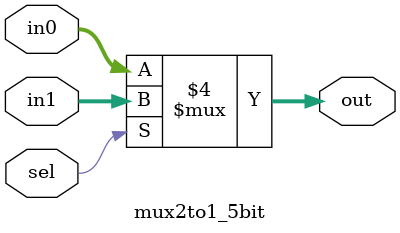
<source format=v>


`timescale 1ns / 1ns

module mux2to1_5bit(in0, in1, sel, out);
  
  input [4:0] in0, in1;   // input 1 and 2
  input sel;            // select bit
  output reg [4:0] out; // output
  
  // loop for mux operation
  always @ (in0 or in1 or sel)
    begin
    if (sel == 0)
      out = in0;
    else 
      out = in1;
    end  
endmodule

</source>
